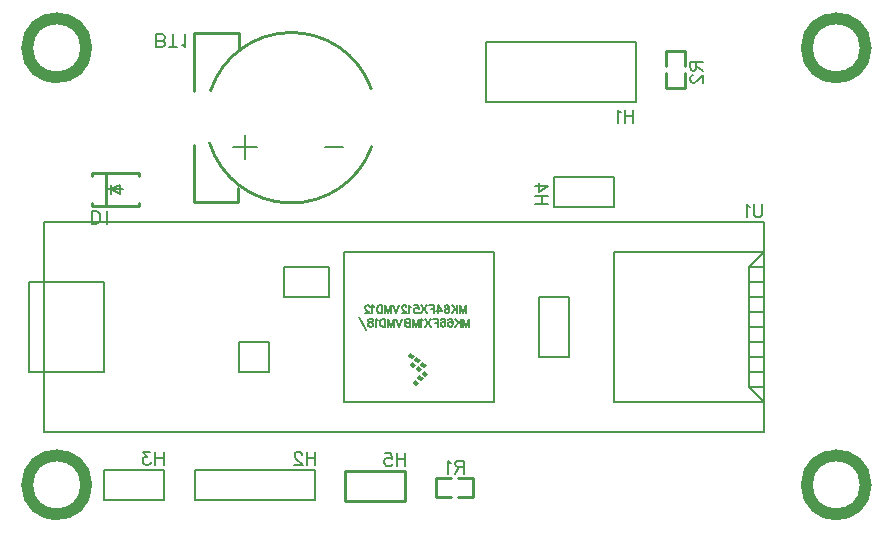
<source format=gbo>
G04 Layer: BottomSilkLayer*
G04 EasyEDA v6.4.19.5, 2021-06-04T13:03:27+02:00*
G04 efa6938f2177404b8bb2681d1be77202,563db0ff5b334ec4995e7372edb549dc,10*
G04 Gerber Generator version 0.2*
G04 Scale: 100 percent, Rotated: No, Reflected: No *
G04 Dimensions in millimeters *
G04 leading zeros omitted , absolute positions ,4 integer and 5 decimal *
%FSLAX45Y45*%
%MOMM*%

%ADD10C,0.2540*%
%ADD28C,0.1524*%
%ADD29C,0.1501*%
%ADD30C,0.1270*%
%ADD31C,0.2032*%
%ADD32C,0.2030*%
%ADD33C,1.0000*%

%LPD*%
D28*
X6273800Y-1624561D02*
G01*
X6273800Y-1702493D01*
X6268605Y-1718078D01*
X6258214Y-1728470D01*
X6242626Y-1733664D01*
X6232235Y-1733664D01*
X6216650Y-1728470D01*
X6206258Y-1718078D01*
X6201064Y-1702493D01*
X6201064Y-1624561D01*
X6166774Y-1645343D02*
G01*
X6156383Y-1640146D01*
X6140795Y-1624561D01*
X6140795Y-1733664D01*
D29*
X3790950Y-2595371D02*
G01*
X3790950Y-2662173D01*
X3790950Y-2595371D02*
G01*
X3765550Y-2662173D01*
X3740150Y-2595371D02*
G01*
X3765550Y-2662173D01*
X3740150Y-2595371D02*
G01*
X3740150Y-2662173D01*
X3719068Y-2595371D02*
G01*
X3719068Y-2662173D01*
X3674618Y-2595371D02*
G01*
X3719068Y-2639821D01*
X3703320Y-2624073D02*
G01*
X3674618Y-2662173D01*
X3615436Y-2604770D02*
G01*
X3618484Y-2598420D01*
X3628136Y-2595371D01*
X3634486Y-2595371D01*
X3644138Y-2598420D01*
X3650488Y-2608071D01*
X3653536Y-2624073D01*
X3653536Y-2639821D01*
X3650488Y-2652521D01*
X3644138Y-2658871D01*
X3634486Y-2662173D01*
X3631184Y-2662173D01*
X3621786Y-2658871D01*
X3615436Y-2652521D01*
X3612134Y-2643123D01*
X3612134Y-2639821D01*
X3615436Y-2630423D01*
X3621786Y-2624073D01*
X3631184Y-2620771D01*
X3634486Y-2620771D01*
X3644138Y-2624073D01*
X3650488Y-2630423D01*
X3653536Y-2639821D01*
X3552952Y-2604770D02*
G01*
X3556254Y-2598420D01*
X3565652Y-2595371D01*
X3572002Y-2595371D01*
X3581654Y-2598420D01*
X3588004Y-2608071D01*
X3591306Y-2624073D01*
X3591306Y-2639821D01*
X3588004Y-2652521D01*
X3581654Y-2658871D01*
X3572002Y-2662173D01*
X3568954Y-2662173D01*
X3559302Y-2658871D01*
X3552952Y-2652521D01*
X3549904Y-2643123D01*
X3549904Y-2639821D01*
X3552952Y-2630423D01*
X3559302Y-2624073D01*
X3568954Y-2620771D01*
X3572002Y-2620771D01*
X3581654Y-2624073D01*
X3588004Y-2630423D01*
X3591306Y-2639821D01*
X3528822Y-2595371D02*
G01*
X3528822Y-2662173D01*
X3528822Y-2595371D02*
G01*
X3487420Y-2595371D01*
X3528822Y-2627121D02*
G01*
X3503422Y-2627121D01*
X3466591Y-2595371D02*
G01*
X3421888Y-2662173D01*
X3421888Y-2595371D02*
G01*
X3466591Y-2662173D01*
X3400806Y-2608071D02*
G01*
X3394456Y-2604770D01*
X3385058Y-2595371D01*
X3385058Y-2662173D01*
X3363975Y-2595371D02*
G01*
X3363975Y-2662173D01*
X3363975Y-2595371D02*
G01*
X3338575Y-2662173D01*
X3313175Y-2595371D02*
G01*
X3338575Y-2662173D01*
X3313175Y-2595371D02*
G01*
X3313175Y-2662173D01*
X3292093Y-2595371D02*
G01*
X3292093Y-2662173D01*
X3292093Y-2595371D02*
G01*
X3263391Y-2595371D01*
X3253993Y-2598420D01*
X3250691Y-2601721D01*
X3247643Y-2608071D01*
X3247643Y-2614421D01*
X3250691Y-2620771D01*
X3253993Y-2624073D01*
X3263391Y-2627121D01*
X3292093Y-2627121D02*
G01*
X3263391Y-2627121D01*
X3253993Y-2630423D01*
X3250691Y-2633471D01*
X3247643Y-2639821D01*
X3247643Y-2649473D01*
X3250691Y-2655823D01*
X3253993Y-2658871D01*
X3263391Y-2662173D01*
X3292093Y-2662173D01*
X3226561Y-2595371D02*
G01*
X3201161Y-2662173D01*
X3175761Y-2595371D02*
G01*
X3201161Y-2662173D01*
X3154679Y-2595371D02*
G01*
X3154679Y-2662173D01*
X3154679Y-2595371D02*
G01*
X3129279Y-2662173D01*
X3103625Y-2595371D02*
G01*
X3129279Y-2662173D01*
X3103625Y-2595371D02*
G01*
X3103625Y-2662173D01*
X3082797Y-2595371D02*
G01*
X3082797Y-2662173D01*
X3082797Y-2595371D02*
G01*
X3060445Y-2595371D01*
X3050793Y-2598420D01*
X3044443Y-2604770D01*
X3041395Y-2611373D01*
X3038093Y-2620771D01*
X3038093Y-2636773D01*
X3041395Y-2646171D01*
X3044443Y-2652521D01*
X3050793Y-2658871D01*
X3060445Y-2662173D01*
X3082797Y-2662173D01*
X3017265Y-2608071D02*
G01*
X3010915Y-2604770D01*
X3001263Y-2595371D01*
X3001263Y-2662173D01*
X2964434Y-2595371D02*
G01*
X2973831Y-2598420D01*
X2977134Y-2604770D01*
X2977134Y-2611373D01*
X2973831Y-2617723D01*
X2967481Y-2620771D01*
X2954781Y-2624073D01*
X2945384Y-2627121D01*
X2938779Y-2633471D01*
X2935731Y-2639821D01*
X2935731Y-2649473D01*
X2938779Y-2655823D01*
X2942081Y-2658871D01*
X2951734Y-2662173D01*
X2964434Y-2662173D01*
X2973831Y-2658871D01*
X2977134Y-2655823D01*
X2980181Y-2649473D01*
X2980181Y-2639821D01*
X2977134Y-2633471D01*
X2970784Y-2627121D01*
X2961131Y-2624073D01*
X2948431Y-2620771D01*
X2942081Y-2617723D01*
X2938779Y-2611373D01*
X2938779Y-2604770D01*
X2942081Y-2598420D01*
X2951734Y-2595371D01*
X2964434Y-2595371D01*
X2857500Y-2582671D02*
G01*
X2914650Y-2684526D01*
X3763009Y-2481071D02*
G01*
X3763009Y-2547873D01*
X3763009Y-2481071D02*
G01*
X3737609Y-2547873D01*
X3712209Y-2481071D02*
G01*
X3737609Y-2547873D01*
X3712209Y-2481071D02*
G01*
X3712209Y-2547873D01*
X3691127Y-2481071D02*
G01*
X3691127Y-2547873D01*
X3646677Y-2481071D02*
G01*
X3691127Y-2525521D01*
X3675125Y-2509773D02*
G01*
X3646677Y-2547873D01*
X3587495Y-2490470D02*
G01*
X3590543Y-2484120D01*
X3600195Y-2481071D01*
X3606545Y-2481071D01*
X3615943Y-2484120D01*
X3622293Y-2493771D01*
X3625595Y-2509773D01*
X3625595Y-2525521D01*
X3622293Y-2538221D01*
X3615943Y-2544571D01*
X3606545Y-2547873D01*
X3603243Y-2547873D01*
X3593845Y-2544571D01*
X3587495Y-2538221D01*
X3584193Y-2528823D01*
X3584193Y-2525521D01*
X3587495Y-2516123D01*
X3593845Y-2509773D01*
X3603243Y-2506471D01*
X3606545Y-2506471D01*
X3615943Y-2509773D01*
X3622293Y-2516123D01*
X3625595Y-2525521D01*
X3531361Y-2481071D02*
G01*
X3563111Y-2525521D01*
X3515359Y-2525521D01*
X3531361Y-2481071D02*
G01*
X3531361Y-2547873D01*
X3494531Y-2481071D02*
G01*
X3494531Y-2547873D01*
X3494531Y-2481071D02*
G01*
X3453129Y-2481071D01*
X3494531Y-2512821D02*
G01*
X3469131Y-2512821D01*
X3432047Y-2481071D02*
G01*
X3387597Y-2547873D01*
X3387597Y-2481071D02*
G01*
X3432047Y-2547873D01*
X3328415Y-2481071D02*
G01*
X3360165Y-2481071D01*
X3363468Y-2509773D01*
X3360165Y-2506471D01*
X3350768Y-2503423D01*
X3341115Y-2503423D01*
X3331463Y-2506471D01*
X3325113Y-2512821D01*
X3322065Y-2522473D01*
X3322065Y-2528823D01*
X3325113Y-2538221D01*
X3331463Y-2544571D01*
X3341115Y-2547873D01*
X3350768Y-2547873D01*
X3360165Y-2544571D01*
X3363468Y-2541523D01*
X3366515Y-2535173D01*
X3300984Y-2493771D02*
G01*
X3294634Y-2490470D01*
X3285236Y-2481071D01*
X3285236Y-2547873D01*
X3260852Y-2497073D02*
G01*
X3260852Y-2493771D01*
X3257804Y-2487421D01*
X3254502Y-2484120D01*
X3248152Y-2481071D01*
X3235452Y-2481071D01*
X3229102Y-2484120D01*
X3225800Y-2487421D01*
X3222752Y-2493771D01*
X3222752Y-2500121D01*
X3225800Y-2506471D01*
X3232404Y-2516123D01*
X3264154Y-2547873D01*
X3219450Y-2547873D01*
X3198622Y-2481071D02*
G01*
X3173222Y-2547873D01*
X3147568Y-2481071D02*
G01*
X3173222Y-2547873D01*
X3126740Y-2481071D02*
G01*
X3126740Y-2547873D01*
X3126740Y-2481071D02*
G01*
X3101086Y-2547873D01*
X3075686Y-2481071D02*
G01*
X3101086Y-2547873D01*
X3075686Y-2481071D02*
G01*
X3075686Y-2547873D01*
X3054858Y-2481071D02*
G01*
X3054858Y-2547873D01*
X3054858Y-2481071D02*
G01*
X3032506Y-2481071D01*
X3022854Y-2484120D01*
X3016504Y-2490470D01*
X3013456Y-2497073D01*
X3010154Y-2506471D01*
X3010154Y-2522473D01*
X3013456Y-2531871D01*
X3016504Y-2538221D01*
X3022854Y-2544571D01*
X3032506Y-2547873D01*
X3054858Y-2547873D01*
X2989072Y-2493771D02*
G01*
X2982722Y-2490470D01*
X2973324Y-2481071D01*
X2973324Y-2547873D01*
X2949193Y-2497073D02*
G01*
X2949193Y-2493771D01*
X2945891Y-2487421D01*
X2942843Y-2484120D01*
X2936493Y-2481071D01*
X2923540Y-2481071D01*
X2917190Y-2484120D01*
X2914141Y-2487421D01*
X2910840Y-2493771D01*
X2910840Y-2500121D01*
X2914141Y-2506471D01*
X2920491Y-2516123D01*
X2952241Y-2547873D01*
X2907791Y-2547873D01*
D28*
X596900Y-1791738D02*
G01*
X596900Y-1682635D01*
X596900Y-1791738D02*
G01*
X633267Y-1791738D01*
X648855Y-1786544D01*
X659244Y-1776153D01*
X664441Y-1765762D01*
X669635Y-1750174D01*
X669635Y-1724197D01*
X664441Y-1708612D01*
X659244Y-1698221D01*
X648855Y-1687829D01*
X633267Y-1682635D01*
X596900Y-1682635D01*
X703925Y-1770956D02*
G01*
X714316Y-1776153D01*
X729904Y-1791738D01*
X729904Y-1682635D01*
X2489200Y-3720061D02*
G01*
X2489200Y-3829164D01*
X2416464Y-3720061D02*
G01*
X2416464Y-3829164D01*
X2489200Y-3772014D02*
G01*
X2416464Y-3772014D01*
X2376977Y-3746037D02*
G01*
X2376977Y-3740843D01*
X2371783Y-3730452D01*
X2366586Y-3725255D01*
X2356195Y-3720061D01*
X2335415Y-3720061D01*
X2325024Y-3725255D01*
X2319827Y-3730452D01*
X2314633Y-3740843D01*
X2314633Y-3751234D01*
X2319827Y-3761625D01*
X2330218Y-3777211D01*
X2382174Y-3829164D01*
X2309436Y-3829164D01*
X1206500Y-3720061D02*
G01*
X1206500Y-3829164D01*
X1133764Y-3720061D02*
G01*
X1133764Y-3829164D01*
X1206500Y-3772014D02*
G01*
X1133764Y-3772014D01*
X1089083Y-3720061D02*
G01*
X1031933Y-3720061D01*
X1063104Y-3761625D01*
X1047518Y-3761625D01*
X1037127Y-3766820D01*
X1031933Y-3772014D01*
X1026736Y-3787602D01*
X1026736Y-3797993D01*
X1031933Y-3813578D01*
X1042324Y-3823970D01*
X1057910Y-3829164D01*
X1073495Y-3829164D01*
X1089083Y-3823970D01*
X1094277Y-3818775D01*
X1099474Y-3808384D01*
X4458738Y-1625600D02*
G01*
X4349635Y-1625600D01*
X4458738Y-1552864D02*
G01*
X4349635Y-1552864D01*
X4406785Y-1625600D02*
G01*
X4406785Y-1552864D01*
X4458738Y-1466618D02*
G01*
X4386003Y-1518574D01*
X4386003Y-1440642D01*
X4458738Y-1466618D02*
G01*
X4349635Y-1466618D01*
X3251200Y-3732761D02*
G01*
X3251200Y-3841864D01*
X3178464Y-3732761D02*
G01*
X3178464Y-3841864D01*
X3251200Y-3784714D02*
G01*
X3178464Y-3784714D01*
X3081827Y-3732761D02*
G01*
X3133783Y-3732761D01*
X3138977Y-3779520D01*
X3133783Y-3774325D01*
X3118195Y-3769128D01*
X3102609Y-3769128D01*
X3087024Y-3774325D01*
X3076633Y-3784714D01*
X3071436Y-3800302D01*
X3071436Y-3810693D01*
X3076633Y-3826278D01*
X3087024Y-3836670D01*
X3102609Y-3841864D01*
X3118195Y-3841864D01*
X3133783Y-3836670D01*
X3138977Y-3831475D01*
X3144174Y-3821084D01*
X3746500Y-3796261D02*
G01*
X3746500Y-3905364D01*
X3746500Y-3796261D02*
G01*
X3699741Y-3796261D01*
X3684155Y-3801455D01*
X3678958Y-3806652D01*
X3673764Y-3817043D01*
X3673764Y-3827434D01*
X3678958Y-3837825D01*
X3684155Y-3843020D01*
X3699741Y-3848214D01*
X3746500Y-3848214D01*
X3710132Y-3848214D02*
G01*
X3673764Y-3905364D01*
X3639474Y-3817043D02*
G01*
X3629083Y-3811846D01*
X3613495Y-3796261D01*
X3613495Y-3905364D01*
X5663161Y-419100D02*
G01*
X5772264Y-419100D01*
X5663161Y-419100D02*
G01*
X5663161Y-465858D01*
X5668355Y-481444D01*
X5673552Y-486641D01*
X5683943Y-491835D01*
X5694334Y-491835D01*
X5704725Y-486641D01*
X5709920Y-481444D01*
X5715114Y-465858D01*
X5715114Y-419100D01*
X5715114Y-455467D02*
G01*
X5772264Y-491835D01*
X5689137Y-531322D02*
G01*
X5683943Y-531322D01*
X5673552Y-536516D01*
X5668355Y-541713D01*
X5663161Y-552104D01*
X5663161Y-572884D01*
X5668355Y-583275D01*
X5673552Y-588472D01*
X5683943Y-593666D01*
X5694334Y-593666D01*
X5704725Y-588472D01*
X5720311Y-578081D01*
X5772264Y-526125D01*
X5772264Y-598863D01*
X1143000Y-293115D02*
G01*
X1143000Y-184150D01*
X1143000Y-293115D02*
G01*
X1189736Y-293115D01*
X1205229Y-288036D01*
X1210563Y-282702D01*
X1215644Y-272287D01*
X1215644Y-261873D01*
X1210563Y-251460D01*
X1205229Y-246379D01*
X1189736Y-241300D01*
X1143000Y-241300D02*
G01*
X1189736Y-241300D01*
X1205229Y-235965D01*
X1210563Y-230886D01*
X1215644Y-220471D01*
X1215644Y-204723D01*
X1210563Y-194310D01*
X1205229Y-189229D01*
X1189736Y-184150D01*
X1143000Y-184150D01*
X1286510Y-293115D02*
G01*
X1286510Y-184150D01*
X1249934Y-293115D02*
G01*
X1322831Y-293115D01*
X1357121Y-272287D02*
G01*
X1367536Y-277621D01*
X1383029Y-293115D01*
X1383029Y-184150D01*
X5181600Y-824484D02*
G01*
X5181600Y-933450D01*
X5108956Y-824484D02*
G01*
X5108956Y-933450D01*
X5181600Y-876300D02*
G01*
X5108956Y-876300D01*
X5074665Y-845312D02*
G01*
X5064252Y-839978D01*
X5048504Y-824484D01*
X5048504Y-933450D01*
G36*
X3332886Y-3110484D02*
G01*
X3307486Y-3135884D01*
X3345586Y-3161284D01*
X3370986Y-3135884D01*
G37*
G36*
X3307486Y-2958084D02*
G01*
X3282086Y-2983484D01*
X3320186Y-3008884D01*
X3345586Y-2983484D01*
G37*
G36*
X3294786Y-2881884D02*
G01*
X3269386Y-2907284D01*
X3307486Y-2932684D01*
X3332886Y-2907284D01*
G37*
G36*
X3409086Y-3034284D02*
G01*
X3383686Y-3059684D01*
X3421786Y-3085084D01*
X3447186Y-3059684D01*
G37*
G36*
X3345586Y-2919984D02*
G01*
X3320186Y-2945384D01*
X3358286Y-2970784D01*
X3383686Y-2945384D01*
G37*
G36*
X3396386Y-2958084D02*
G01*
X3370986Y-2983484D01*
X3409086Y-3008884D01*
X3434486Y-2983484D01*
G37*
G36*
X3370986Y-3072384D02*
G01*
X3345586Y-3097784D01*
X3383686Y-3123184D01*
X3409086Y-3097784D01*
G37*
G36*
X3358286Y-2996184D02*
G01*
X3332886Y-3021584D01*
X3370986Y-3046984D01*
X3396386Y-3021584D01*
G37*
D29*
X1847037Y-3046984D02*
G01*
X1847037Y-2792984D01*
X2101037Y-2792984D01*
X2101037Y-3046984D01*
X1847037Y-3046984D01*
X2609037Y-2157984D02*
G01*
X2228037Y-2157984D01*
X2228037Y-2411984D01*
X2609037Y-2411984D01*
X2609037Y-2157984D01*
X2736037Y-2030984D02*
G01*
X4006011Y-2030984D01*
X4006011Y-3300984D01*
X2736037Y-3300984D01*
X2736037Y-2030984D01*
X6292011Y-3173984D02*
G01*
X6165011Y-3173984D01*
X6292011Y-3300984D01*
X5022011Y-3300984D01*
X5022011Y-2030984D01*
X6292011Y-2030984D01*
X6165011Y-2157984D01*
X6292011Y-2157984D01*
X6165011Y-2284984D02*
G01*
X6292011Y-2284984D01*
X6165011Y-2411984D02*
G01*
X6292011Y-2411984D01*
X6165011Y-2538984D02*
G01*
X6292011Y-2538984D01*
X6165011Y-2665984D02*
G01*
X6292011Y-2665984D01*
X6165011Y-2792984D02*
G01*
X6292011Y-2792984D01*
X6165011Y-2919984D02*
G01*
X6292011Y-2919984D01*
X6165011Y-3046984D02*
G01*
X6292011Y-3046984D01*
X6165011Y-2157984D02*
G01*
X6165011Y-3173984D01*
X6292011Y-1776984D02*
G01*
X6292011Y-3554984D01*
X196037Y-3554984D01*
X196037Y-1776984D01*
X6292011Y-1776984D01*
X704037Y-3046984D02*
G01*
X704037Y-2284984D01*
X196037Y-2284984D01*
X69037Y-2284984D01*
X69037Y-3046984D01*
X196037Y-3046984D01*
X704037Y-3046984D01*
X4641011Y-2919984D02*
G01*
X4641011Y-2411984D01*
X4387011Y-2411984D01*
X4387011Y-2919984D01*
X4641011Y-2919984D01*
D10*
X996695Y-1358900D02*
G01*
X596900Y-1358900D01*
X596900Y-1383868D02*
G01*
X596900Y-1358900D01*
X599439Y-1638300D02*
G01*
X599439Y-1613331D01*
X599439Y-1638300D02*
G01*
X999236Y-1638300D01*
X995679Y-1383868D02*
G01*
X995679Y-1358900D01*
X1000760Y-1635328D02*
G01*
X1000760Y-1610360D01*
D30*
X761237Y-1498600D02*
G01*
X761237Y-1460500D01*
X837437Y-1460500D02*
G01*
X761237Y-1498600D01*
X837437Y-1498600D02*
G01*
X837437Y-1460500D01*
X761237Y-1498600D02*
G01*
X761237Y-1536700D01*
X837437Y-1536700D02*
G01*
X761237Y-1498600D01*
X837437Y-1498600D02*
G01*
X837437Y-1536700D01*
X862837Y-1498600D02*
G01*
X735837Y-1498600D01*
D10*
X713739Y-1374139D02*
G01*
X713739Y-1623060D01*
D31*
X1473200Y-3873500D02*
G01*
X1473200Y-4127500D01*
X2489200Y-4127500D01*
X2489200Y-3873500D01*
X2298700Y-3873500D01*
D32*
X1473200Y-3873500D02*
G01*
X2298700Y-3873500D01*
D31*
X698500Y-3873500D02*
G01*
X698500Y-4127500D01*
X1206500Y-4127500D01*
X1206500Y-3873500D01*
X1016000Y-3873500D01*
D32*
X698500Y-3873500D02*
G01*
X1016000Y-3873500D01*
D31*
X5016500Y-1651000D02*
G01*
X5016500Y-1397000D01*
X4508500Y-1397000D01*
X4508500Y-1651000D01*
X4699000Y-1651000D01*
D32*
X5016500Y-1651000D02*
G01*
X4699000Y-1651000D01*
D10*
X3251200Y-3886200D02*
G01*
X2743200Y-3886200D01*
X2743200Y-4140200D01*
X3251200Y-4140200D01*
X3251200Y-3886200D01*
X3825295Y-3945897D02*
G01*
X3825295Y-4105902D01*
X3640234Y-4105391D02*
G01*
X3515238Y-4105391D01*
X3640234Y-3945387D02*
G01*
X3515238Y-3945387D01*
X3700292Y-4105902D02*
G01*
X3825295Y-4105902D01*
X3700292Y-3945897D02*
G01*
X3825295Y-3945897D01*
X3515238Y-3945387D02*
G01*
X3515238Y-4105391D01*
X5457197Y-327604D02*
G01*
X5617202Y-327604D01*
X5616691Y-512665D02*
G01*
X5616691Y-637661D01*
X5456687Y-512665D02*
G01*
X5456687Y-637661D01*
X5617202Y-452607D02*
G01*
X5617202Y-327604D01*
X5457197Y-452607D02*
G01*
X5457197Y-327604D01*
X5456687Y-637661D02*
G01*
X5616691Y-637661D01*
X1462001Y-663000D02*
G01*
X1462001Y-174000D01*
X1846000Y-174000D01*
X1846000Y-318381D01*
X1848190Y-318381D01*
X1462001Y-1118999D02*
G01*
X1462001Y-1605998D01*
X1735000Y-1605998D01*
X1839000Y-1605998D01*
X1839000Y-1483997D01*
D28*
X2567940Y-1143000D02*
G01*
X2720340Y-1143000D01*
X1894839Y-1041400D02*
G01*
X1894839Y-1244600D01*
X1793239Y-1143000D02*
G01*
X1996440Y-1143000D01*
D31*
X5207000Y-254000D02*
G01*
X3937000Y-254000D01*
X3937000Y-762000D01*
X5207000Y-762000D01*
X5207000Y-254000D01*
D10*
G75*
G01*
X1604457Y-659254D02*
G02*
X2961848Y-643009I681543J-229745D01*
G75*
G01*
X2966827Y-1136805D02*
G02*
X1594896Y-1106510I-680828J247803D01*
D33*
G75*
G01
X549935Y-299999D02*
G03X549935Y-299999I-249936J0D01*
G75*
G01
X7149922Y-299999D02*
G03X7149922Y-299999I-249936J0D01*
G75*
G01
X549935Y-3999992D02*
G03X549935Y-3999992I-249936J0D01*
G75*
G01
X7149922Y-3999992D02*
G03X7149922Y-3999992I-249936J0D01*
M02*

</source>
